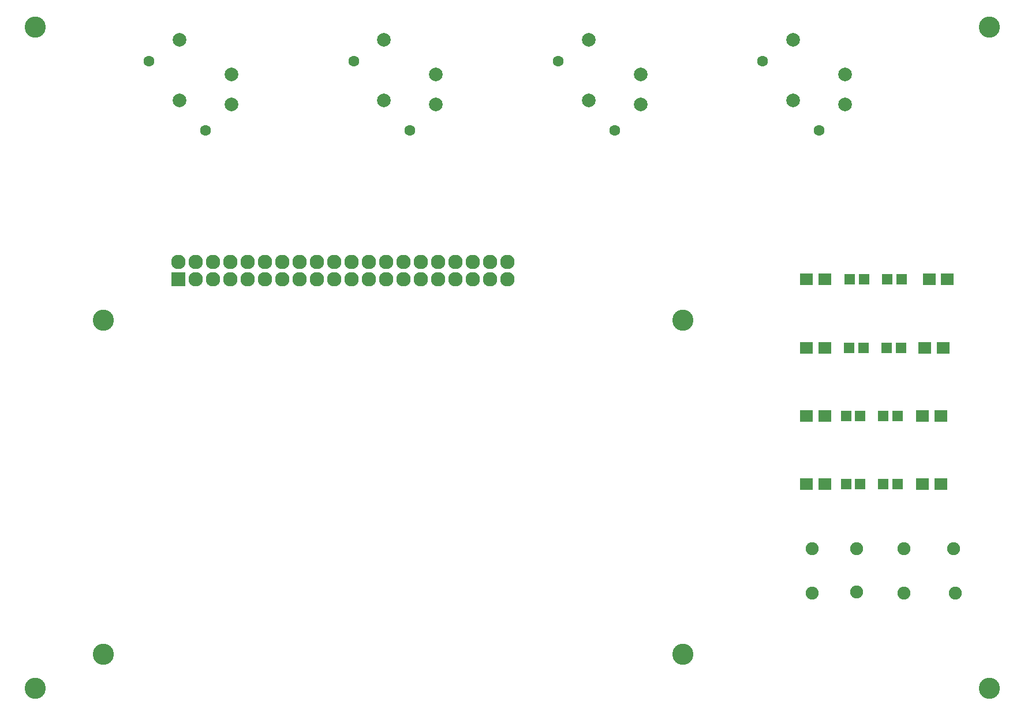
<source format=gbr>
G04 #@! TF.GenerationSoftware,KiCad,Pcbnew,(2016-12-18 revision 3ffa37c)-master*
G04 #@! TF.CreationDate,2017-03-29T20:30:54-07:00*
G04 #@! TF.ProjectId,GameshowV2,47616D6573686F7756322E6B69636164,rev?*
G04 #@! TF.FileFunction,Soldermask,Top*
G04 #@! TF.FilePolarity,Negative*
%FSLAX46Y46*%
G04 Gerber Fmt 4.6, Leading zero omitted, Abs format (unit mm)*
G04 Created by KiCad (PCBNEW (2016-12-18 revision 3ffa37c)-master) date Wednesday, March 29, 2017 'PMt' 08:30:54 PM*
%MOMM*%
%LPD*%
G01*
G04 APERTURE LIST*
%ADD10C,0.100000*%
%ADD11C,2.000000*%
%ADD12C,1.600000*%
%ADD13C,1.900000*%
%ADD14C,3.100000*%
%ADD15R,1.598880X1.598880*%
%ADD16O,2.127200X2.127200*%
%ADD17R,2.127200X2.127200*%
%ADD18R,1.900000X1.700000*%
G04 APERTURE END LIST*
D10*
D11*
X176190000Y-29810000D03*
X183810000Y-34890000D03*
X183810000Y-39335000D03*
X176190000Y-38700000D03*
D12*
X180000000Y-43150000D03*
X171750000Y-32980000D03*
D11*
X206190000Y-29810000D03*
X213810000Y-34890000D03*
X213810000Y-39335000D03*
X206190000Y-38700000D03*
D12*
X210000000Y-43150000D03*
X201750000Y-32980000D03*
D11*
X146190000Y-29810000D03*
X153810000Y-34890000D03*
X153810000Y-39335000D03*
X146190000Y-38700000D03*
D12*
X150000000Y-43150000D03*
X141750000Y-32980000D03*
D11*
X116190000Y-29810000D03*
X123810000Y-34890000D03*
X123810000Y-39335000D03*
X116190000Y-38700000D03*
D12*
X120000000Y-43150000D03*
X111750000Y-32980000D03*
D13*
X230000000Y-111000000D03*
X222500000Y-111000000D03*
X215559000Y-110876000D03*
X209000000Y-111000000D03*
X229750000Y-104500000D03*
X222500000Y-104500000D03*
X215500000Y-104500000D03*
X209000000Y-104500000D03*
D14*
X95000000Y-28000000D03*
X235000000Y-28000000D03*
X235000000Y-125000000D03*
X95000000Y-125000000D03*
X190000000Y-120000000D03*
X190000000Y-71000000D03*
X105000000Y-120000000D03*
X105000000Y-71000000D03*
D15*
X216049020Y-95000000D03*
X213950980Y-95000000D03*
X213950980Y-85000000D03*
X216049020Y-85000000D03*
X216549020Y-75000000D03*
X214450980Y-75000000D03*
X214499980Y-65000000D03*
X216598020Y-65000000D03*
X221549020Y-95000000D03*
X219450980Y-95000000D03*
X219450980Y-85000000D03*
X221549020Y-85000000D03*
X222049020Y-75000000D03*
X219950980Y-75000000D03*
X219999980Y-65000000D03*
X222098020Y-65000000D03*
D16*
X164260000Y-62460000D03*
X164260000Y-65000000D03*
X161720000Y-62460000D03*
X161720000Y-65000000D03*
X159180000Y-62460000D03*
X159180000Y-65000000D03*
X156640000Y-62460000D03*
X156640000Y-65000000D03*
X154100000Y-62460000D03*
X154100000Y-65000000D03*
X151560000Y-62460000D03*
X151560000Y-65000000D03*
X149020000Y-62460000D03*
X149020000Y-65000000D03*
X146480000Y-62460000D03*
X146480000Y-65000000D03*
X143940000Y-62460000D03*
X143940000Y-65000000D03*
X141400000Y-62460000D03*
X141400000Y-65000000D03*
X138860000Y-62460000D03*
X138860000Y-65000000D03*
X136320000Y-62460000D03*
X136320000Y-65000000D03*
X133780000Y-62460000D03*
X133780000Y-65000000D03*
X131240000Y-62460000D03*
X131240000Y-65000000D03*
X128700000Y-62460000D03*
X128700000Y-65000000D03*
X126160000Y-62460000D03*
X126160000Y-65000000D03*
X123620000Y-62460000D03*
X123620000Y-65000000D03*
X121080000Y-62460000D03*
X121080000Y-65000000D03*
X118540000Y-62460000D03*
X118540000Y-65000000D03*
X116000000Y-62460000D03*
D17*
X116000000Y-65000000D03*
D18*
X208150000Y-95000000D03*
X210850000Y-95000000D03*
X210850000Y-85000000D03*
X208150000Y-85000000D03*
X208150000Y-75000000D03*
X210850000Y-75000000D03*
X210850000Y-65000000D03*
X208150000Y-65000000D03*
X225150000Y-85000000D03*
X227850000Y-85000000D03*
X228200000Y-75000000D03*
X225500000Y-75000000D03*
X226150000Y-65000000D03*
X228850000Y-65000000D03*
X227850000Y-95000000D03*
X225150000Y-95000000D03*
M02*

</source>
